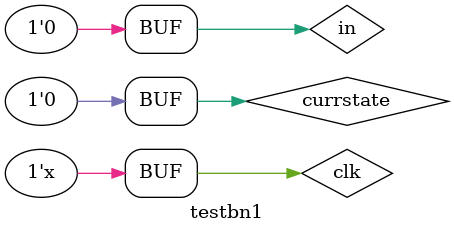
<source format=v>
`timescale 1ns / 1ps


module testbn1;

	// Inputs
	reg clk;
	reg in;
	reg currstate;

	// Outputs
	wire [1:0] nextstate;

	// Instantiate the Unit Under Test (UUT)
	stateTransFn_beh uut (
		.clk(clk), 
		.in(in), 
		.currstate(currstate), 
		.nextstate(nextstate)
	);

	initial begin
		// Initialize Inputs
		clk = 0;
		in = 0;
		currstate = 0;

		// Wait 100 ns for global reset to finish
		#100;
        
		// Add stimulus here

	end
	always
	#5 clk = !clk;
      
endmodule


</source>
